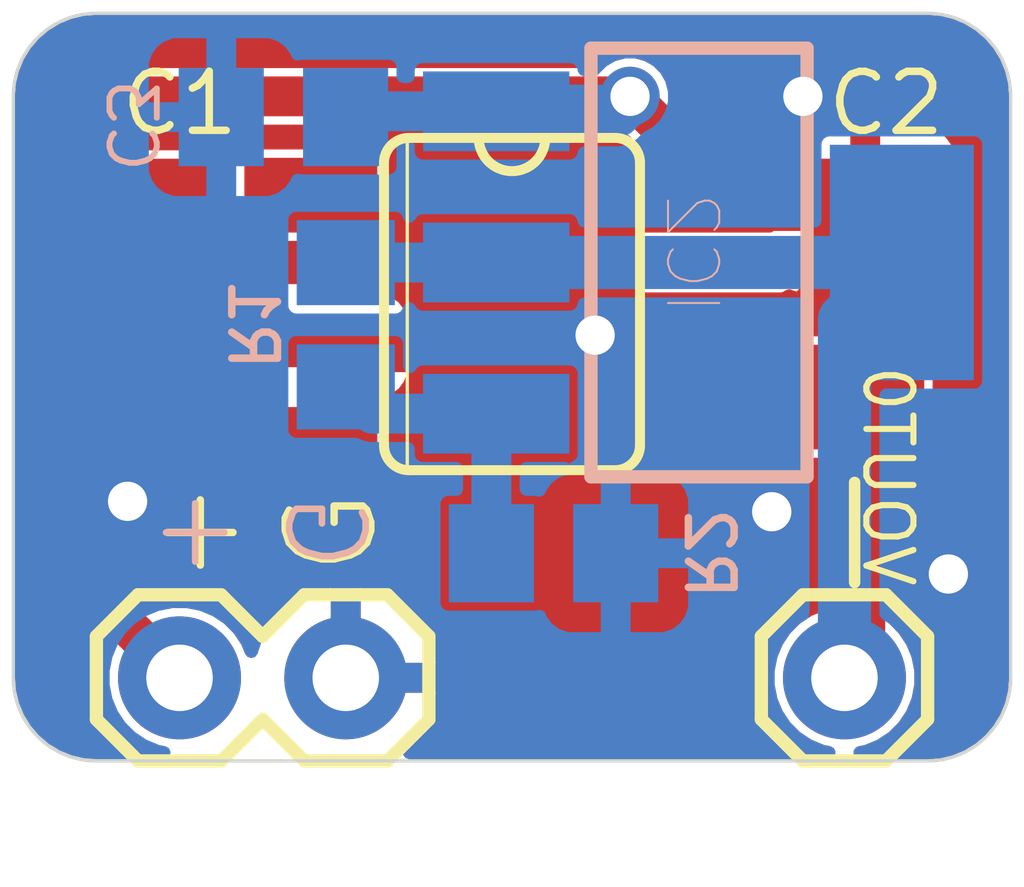
<source format=kicad_pcb>
(kicad_pcb (version 20241229) (generator "pcbnew") (generator_version "9.0")
  (layers (0 "F.Cu" signal) (2 "B.Cu" signal) (13 "F.Paste" user) (15 "B.Paste" user) (5 "F.SilkS" user "F.Silkscreen") (7 "B.SilkS" user "B.Silkscreen") (1 "F.Mask" user) (3 "B.Mask" user) (25 "Edge.Cuts" user))
  (net 0 "")
  (net 1 "VCC")
  (net 2 "GND")
  (net 3 "N$1")
  (net 4 "N$2")
  (net 5 "VOUT")
  (net 6 "N$3")
  (footprint "ICL7660 v3:SO08" (layer "F.Cu") (at 148.5011 103.7336 -90)
    (property "Reference" "IC1" (hide yes))
    (property "Value" "ICL7660")
    (fp_line (start -2.159 1.9558) (end 2.159 1.9558) (stroke (width 0.1524)) (layer "F.SilkS"))
    (fp_line (start -2.54 1.6002) (end 2.54 1.6002) (stroke (width 0.0508)) (layer "F.SilkS"))
    (fp_line (start 2.54 1.5748) (end 2.54 -1.5748) (stroke (width 0.1524)) (layer "F.SilkS"))
    (fp_line (start -2.54 0.508) (end -2.54 1.5748) (stroke (width 0.1524)) (layer "F.SilkS"))
    (fp_line (start -2.54 -0.508) (end -2.54 0.508) (stroke (width 0.1524)) (layer "F.SilkS"))
    (fp_line (start -2.54 -1.5748) (end -2.54 -0.508) (stroke (width 0.1524)) (layer "F.SilkS"))
    (fp_line (start 2.159 -1.9558) (end -2.159 -1.9558) (stroke (width 0.1524)) (layer "F.SilkS"))
    (fp_arc (start -2.159 1.9558) (mid -2.428408 1.844208) (end -2.54 1.5748) (stroke (width 0.1524)) (layer "F.SilkS"))
    (fp_arc (start 2.54 1.5748) (mid 2.428408 1.844208) (end 2.159 1.9558) (stroke (width 0.1524)) (layer "F.SilkS"))
    (fp_arc (start -2.54 -0.508) (mid -2.032 0) (end -2.54 0.508) (stroke (width 0.1524)) (layer "F.SilkS"))
    (fp_arc (start -2.54 -1.5748) (mid -2.428408 -1.844208) (end -2.159 -1.9558) (stroke (width 0.1524)) (layer "F.SilkS"))
    (fp_arc (start 2.159 -1.9558) (mid 2.428408 -1.844208) (end 2.54 -1.5748) (stroke (width 0.1524)) (layer "F.SilkS"))
    (pad "1" smd rect (at -1.905 3.0734 270) (size 0.6604 2.032) (layers "F.Cu" "F.Mask" "F.Paste"))
    (pad "2" smd rect (at -0.635 3.0734 270) (size 0.6604 2.032) (layers "F.Cu" "F.Mask" "F.Paste") (net 3 "N$1"))
    (pad "3" smd rect (at 0.635 3.0734 270) (size 0.6604 2.032) (layers "F.Cu" "F.Mask" "F.Paste") (net 2 "GND"))
    (pad "4" smd rect (at 1.905 3.0734 270) (size 0.6604 2.032) (layers "F.Cu" "F.Mask" "F.Paste") (net 4 "N$2"))
    (pad "5" smd rect (at 1.905 -3.0734 270) (size 0.6604 2.032) (layers "F.Cu" "F.Mask" "F.Paste") (net 5 "VOUT"))
    (pad "6" smd rect (at 0.635 -3.0734 270) (size 0.6604 2.032) (layers "F.Cu" "F.Mask" "F.Paste"))
    (pad "7" smd rect (at -0.635 -3.0734 270) (size 0.6604 2.032) (layers "F.Cu" "F.Mask" "F.Paste"))
    (pad "8" smd rect (at -1.905 -3.0734 270) (size 0.6604 2.032) (layers "F.Cu" "F.Mask" "F.Paste") (net 1 "VCC"))
  )
  (footprint "ICL7660 v3:1X01" (layer "F.Cu") (at 153.5811 109.4486)
    (property "Reference" "VOUT0" (at 0.2413 -1.3462 -90) (layer "F.SilkS") (effects (font (size 0.719328 0.719328) (thickness 0.093472)) (justify left bottom mirror)))
    (property "Value" "")
    (fp_line (start -1.27 -0.635) (end -1.27 0.635) (stroke (width 0.2032)) (layer "F.SilkS"))
    (fp_line (start -1.27 0.635) (end -0.635 1.27) (stroke (width 0.2032)) (layer "F.SilkS"))
    (fp_line (start -0.635 -1.27) (end -1.27 -0.635) (stroke (width 0.2032)) (layer "F.SilkS"))
    (fp_line (start -0.635 1.27) (end 0.635 1.27) (stroke (width 0.2032)) (layer "F.SilkS"))
    (fp_line (start 0.635 -1.27) (end -0.635 -1.27) (stroke (width 0.2032)) (layer "F.SilkS"))
    (fp_line (start 0.635 1.27) (end 1.27 0.635) (stroke (width 0.2032)) (layer "F.SilkS"))
    (fp_line (start 1.27 -0.635) (end 0.635 -1.27) (stroke (width 0.2032)) (layer "F.SilkS"))
    (fp_line (start 1.27 0.635) (end 1.27 -0.635) (stroke (width 0.2032)) (layer "F.SilkS"))
    (pad "1" thru_hole circle (at 0 0 90) (size 1.8796 1.8796) (drill 1.016) (layers "*.Cu" "*.Mask") (net 5 "VOUT"))
  )
  (footprint "ICL7660 v3:1X02" (layer "F.Cu") (at 143.4211 109.4486)
    (property "Reference" "RAILS0" (hide yes))
    (property "Value" "")
    (fp_line (start -1.27 -0.635) (end -1.27 0.635) (stroke (width 0.2032)) (layer "F.SilkS"))
    (fp_line (start -1.27 0.635) (end -0.635 1.27) (stroke (width 0.2032)) (layer "F.SilkS"))
    (fp_line (start -0.635 -1.27) (end -1.27 -0.635) (stroke (width 0.2032)) (layer "F.SilkS"))
    (fp_line (start -0.635 -1.27) (end 0.635 -1.27) (stroke (width 0.2032)) (layer "F.SilkS"))
    (fp_line (start 0.635 -1.27) (end 1.27 -0.635) (stroke (width 0.2032)) (layer "F.SilkS"))
    (fp_line (start 0.635 1.27) (end -0.635 1.27) (stroke (width 0.2032)) (layer "F.SilkS"))
    (fp_line (start 1.27 -0.635) (end 1.905 -1.27) (stroke (width 0.2032)) (layer "F.SilkS"))
    (fp_line (start 1.27 0.635) (end 0.635 1.27) (stroke (width 0.2032)) (layer "F.SilkS"))
    (fp_line (start 1.905 -1.27) (end 3.175 -1.27) (stroke (width 0.2032)) (layer "F.SilkS"))
    (fp_line (start 1.905 1.27) (end 1.27 0.635) (stroke (width 0.2032)) (layer "F.SilkS"))
    (fp_line (start 3.175 -1.27) (end 3.81 -0.635) (stroke (width 0.2032)) (layer "F.SilkS"))
    (fp_line (start 3.175 1.27) (end 1.905 1.27) (stroke (width 0.2032)) (layer "F.SilkS"))
    (fp_line (start 3.81 -0.635) (end 3.81 0.635) (stroke (width 0.2032)) (layer "F.SilkS"))
    (fp_line (start 3.81 0.635) (end 3.175 1.27) (stroke (width 0.2032)) (layer "F.SilkS"))
    (pad "1" thru_hole circle (at 0 0 90) (size 1.8796 1.8796) (drill 1.016) (layers "*.Cu" "*.Mask") (net 1 "VCC"))
    (pad "2" thru_hole circle (at 2.54 0 90) (size 1.8796 1.8796) (drill 1.016) (layers "*.Cu" "*.Mask") (net 2 "GND"))
  )
  (footprint "ICL7660 v3:C1206" (layer "F.Cu") (at 143.1036 103.7336 90)
    (property "Reference" "C1" (at 2.54 -0.635 0) (layer "F.SilkS") (effects (font (size 0.9017 0.9017) (thickness 0.1143)) (justify left bottom)))
    (property "Value" "10uF" (hide yes))
    (pad "1" smd rect (at -1.422 0 90) (size 1.6 1.803) (layers "F.Cu" "F.Mask" "F.Paste") (net 4 "N$2"))
    (pad "2" smd rect (at 1.422 0 90) (size 1.6 1.803) (layers "F.Cu" "F.Mask" "F.Paste") (net 3 "N$1"))
  )
  (footprint "ICL7660 v3:C1206" (layer "F.Cu") (at 153.8986 103.7336 90)
    (property "Reference" "C2" (at 2.54 -0.635 0) (layer "F.SilkS") (effects (font (size 0.9017 0.9017) (thickness 0.1143)) (justify left bottom)))
    (property "Value" "10uF" (hide yes))
    (pad "1" smd rect (at -1.422 0 90) (size 1.6 1.803) (layers "F.Cu" "F.Mask" "F.Paste") (net 5 "VOUT"))
    (pad "2" smd rect (at 1.422 0 90) (size 1.6 1.803) (layers "F.Cu" "F.Mask" "F.Paste") (net 2 "GND"))
  )
  (footprint "ICL7660 v3:SOT223" (layer "B.Cu") (at 151.3586 103.0986 90)
    (property "Reference" "IC2" (at -0.8255 -0.5715 -90) (layer "B.SilkS") (effects (font (size 0.782889 0.782889) (thickness 0.029911)) (justify left bottom mirror)))
    (property "Value" "")
    (fp_line (start 3.2766 -1.651) (end -3.2766 -1.651) (stroke (width 0.2032)) (layer "B.SilkS"))
    (fp_line (start -3.2766 -1.651) (end -3.2766 1.651) (stroke (width 0.2032)) (layer "B.SilkS"))
    (fp_line (start 3.2766 1.651) (end 3.2766 -1.651) (stroke (width 0.2032)) (layer "B.SilkS"))
    (fp_line (start -3.2766 1.651) (end 3.2766 1.651) (stroke (width 0.2032)) (layer "B.SilkS"))
    (pad "1" smd rect (at -2.3114 -3.0988 90) (size 1.2192 2.2352) (layers "B.Cu" "B.Mask" "B.Paste") (net 6 "N$3"))
    (pad "2" smd rect (at 0 -3.0988 90) (size 1.2192 2.2352) (layers "B.Cu" "B.Mask" "B.Paste") (net 5 "VOUT"))
    (pad "3" smd rect (at 2.3114 -3.0988 90) (size 1.2192 2.2352) (layers "B.Cu" "B.Mask" "B.Paste") (net 1 "VCC"))
    (pad "4" smd rect (at 0 3.099 90) (size 3.6 2.2) (layers "B.Cu" "B.Mask" "B.Paste") (net 5 "VOUT"))
  )
  (footprint "ICL7660 v3:R805" (layer "B.Cu") (at 145.9611 104.0511 90)
    (property "Reference" "R1" (at 0.762 -1.016 -90) (layer "B.SilkS") (effects (font (size 0.6985 0.6985) (thickness 0.1143)) (justify right top mirror)))
    (property "Value" "")
    (pad "1" smd rect (at -0.95 0 90) (size 1.3 1.5) (layers "B.Cu" "B.Mask" "B.Paste") (net 6 "N$3"))
    (pad "2" smd rect (at 0.95 0 90) (size 1.3 1.5) (layers "B.Cu" "B.Mask" "B.Paste") (net 5 "VOUT"))
  )
  (footprint "ICL7660 v3:R805" (layer "B.Cu") (at 149.1361 107.5436 180)
    (property "Reference" "R2" (at -1.9685 -0.762 -90) (layer "B.SilkS") (effects (font (size 0.6985 0.6985) (thickness 0.1143)) (justify left bottom mirror)))
    (property "Value" "")
    (pad "1" smd rect (at -0.95 0 180) (size 1.3 1.5) (layers "B.Cu" "B.Mask" "B.Paste") (net 2 "GND"))
    (pad "2" smd rect (at 0.95 0 180) (size 1.3 1.5) (layers "B.Cu" "B.Mask" "B.Paste") (net 6 "N$3"))
  )
  (footprint "ICL7660 v3:C805" (layer "B.Cu") (at 145.0086 100.8761 180)
    (property "Reference" "C3" (at 1.905 0.635 -90) (layer "B.SilkS") (effects (font (size 0.723392 0.723392) (thickness 0.089408)) (justify right top mirror)))
    (property "Value" "10uF" (hide yes))
    (pad "1" smd rect (at -0.95 0 180) (size 1.3 1.5) (layers "B.Cu" "B.Mask" "B.Paste") (net 1 "VCC"))
    (pad "2" smd rect (at 0.95 0 180) (size 1.3 1.5) (layers "B.Cu" "B.Mask" "B.Paste") (net 2 "GND"))
  )
  (gr_arc (start 140.8811 100.5586) (mid 141.253074 99.660574) (end 142.1511 99.2886) (stroke (width 0.05)) (layer "Edge.Cuts"))
  (gr_line (start 142.1511 110.7186) (end 154.8511 110.7186) (stroke (width 0.05)) (layer "Edge.Cuts"))
  (gr_arc (start 154.8511 99.2886) (mid 155.749126 99.660574) (end 156.1211 100.5586) (stroke (width 0.05)) (layer "Edge.Cuts"))
  (gr_arc (start 156.1211 109.4486) (mid 155.749126 110.346626) (end 154.8511 110.7186) (stroke (width 0.05)) (layer "Edge.Cuts"))
  (gr_line (start 154.8511 99.2886) (end 142.1511 99.2886) (stroke (width 0.05)) (layer "Edge.Cuts"))
  (gr_line (start 140.8811 100.5586) (end 140.8811 109.4486) (stroke (width 0.05)) (layer "Edge.Cuts"))
  (gr_arc (start 142.1511 110.7186) (mid 141.253074 110.346626) (end 140.8811 109.4486) (stroke (width 0.05)) (layer "Edge.Cuts"))
  (gr_line (start 156.1211 109.4486) (end 156.1211 100.5586) (stroke (width 0.05)) (layer "Edge.Cuts"))
  (gr_text "-" (at 153.5811 107.2261 90) (layer "F.SilkS") (effects (font (size 2.009648 2.009648) (thickness 0.174752))))
  (gr_text "+\nG" (at 144.6911 107.2261 90) (layer "F.SilkS") (effects (font (size 1.308608 1.308608) (thickness 0.113792))))
  (gr_text "G\n+" (at 144.6911 107.2261 -90) (layer "B.SilkS") (effects (font (size 1.1684 1.1684) (thickness 0.1016)) (justify mirror)))
  (segment (start 151.5745 101.8286) (end 150.3045 100.5586) (width 0.6096) (layer "F.Cu") (net 1))
  (segment (start 141.5161 107.5436) (end 141.5161 101.1936) (width 0.6096) (layer "F.Cu") (net 1))
  (segment (start 143.4211 109.4486) (end 141.5161 107.5436) (width 0.6096) (layer "F.Cu") (net 1))
  (segment (start 141.5161 101.1936) (end 142.1511 100.5586) (width 0.6096) (layer "F.Cu") (net 1))
  (segment (start 142.1511 100.5586) (end 150.3045 100.5586) (width 0.6096) (layer "F.Cu") (net 1))
  (via (at 150.3045 100.5586) (size 0.9048) (drill 0.6) (layers "F.Cu" "B.Cu") (net 1))
  (segment (start 146.0475 100.7872) (end 145.9586 100.8761) (width 0.6096) (layer "B.Cu") (net 1))
  (segment (start 150.0759 100.7872) (end 150.3045 100.5586) (width 0.8128) (layer "B.Cu") (net 1))
  (segment (start 148.2598 100.7872) (end 150.0759 100.7872) (width 0.8128) (layer "B.Cu") (net 1))
  (segment (start 148.2598 100.7872) (end 146.0475 100.7872) (width 0.6096) (layer "B.Cu") (net 1))
  (segment (start 149.7711 103.7336) (end 152.9461 103.7336) (width 0.3048) (layer "F.Cu") (net 2))
  (segment (start 153.8986 102.7811) (end 153.8986 102.3116) (width 0.4064) (layer "F.Cu") (net 2))
  (segment (start 153.7466 102.4636) (end 149.7711 102.4636) (width 0.3048) (layer "F.Cu") (net 2))
  (segment (start 153.8986 102.3116) (end 153.7466 102.4636) (width 0.4064) (layer "F.Cu") (net 2))
  (segment (start 152.9461 103.7336) (end 153.8986 102.7811) (width 0.4064) (layer "F.Cu") (net 2))
  (segment (start 145.48485 104.3686) (end 147.07235 104.3686) (width 0.8128) (layer "F.Cu") (net 2))
  (via (at 142.62735 106.74985) (size 0.9048) (drill 0.6) (layers "F.Cu" "B.Cu") (net 2))
  (via (at 149.7711 104.20985) (size 0.9048) (drill 0.6) (layers "F.Cu" "B.Cu") (net 2))
  (via (at 152.46985 106.9086) (size 0.9048) (drill 0.6) (layers "F.Cu" "B.Cu") (net 2))
  (via (at 152.9461 100.5586) (size 0.9048) (drill 0.6) (layers "F.Cu" "B.Cu") (net 2))
  (via (at 155.1686 107.8611) (size 0.9048) (drill 0.6) (layers "F.Cu" "B.Cu") (net 2))
  (segment (start 145.4277 103.0986) (end 143.8906 103.0986) (width 0.6096) (layer "F.Cu") (net 3))
  (segment (start 143.8906 103.0986) (end 143.1036 102.3116) (width 0.6096) (layer "F.Cu") (net 3))
  (segment (start 143.5866 105.6386) (end 143.1036 105.1556) (width 0.6096) (layer "F.Cu") (net 4))
  (segment (start 145.4277 105.6386) (end 143.5866 105.6386) (width 0.6096) (layer "F.Cu") (net 4))
  (segment (start 153.4156 105.6386) (end 153.8986 105.1556) (width 0.6096) (layer "F.Cu") (net 5))
  (segment (start 151.5745 105.6386) (end 153.4156 105.6386) (width 0.6096) (layer "F.Cu") (net 5))
  (segment (start 153.8986 109.1311) (end 153.8986 105.1556) (width 0.6096) (layer "F.Cu") (net 5))
  (segment (start 153.5811 109.4486) (end 153.8986 109.1311) (width 0.6096) (layer "F.Cu") (net 5))
  (segment (start 148.2598 103.0986) (end 153.5811 103.0986) (width 0.8128) (layer "B.Cu") (net 5))
  (segment (start 153.5811 103.0986) (end 154.01935 103.53685) (width 0.8128) (layer "B.Cu") (net 5))
  (segment (start 153.5811 103.9751) (end 153.5811 109.4486) (width 0.8128) (layer "B.Cu") (net 5))
  (segment (start 154.01935 103.53685) (end 153.5811 103.9751) (width 0.8128) (layer "B.Cu") (net 5))
  (segment (start 148.2598 103.0986) (end 145.9636 103.0986) (width 0.6096) (layer "B.Cu") (net 5))
  (segment (start 154.4576 103.0986) (end 154.01935 103.53685) (width 0.8128) (layer "B.Cu") (net 5))
  (segment (start 145.9636 103.0986) (end 145.9611 103.1011) (width 0.6096) (layer "B.Cu") (net 5))
  (segment (start 148.2598 105.41) (end 148.1861 105.4837) (width 0.6096) (layer "B.Cu") (net 6))
  (segment (start 145.9611 105.0011) (end 146.37 105.41) (width 0.6096) (layer "B.Cu") (net 6))
  (segment (start 148.1861 105.4837) (end 148.1861 107.5436) (width 0.6096) (layer "B.Cu") (net 6))
  (segment (start 146.37 105.41) (end 148.2598 105.41) (width 0.6096) (layer "B.Cu") (net 6))
  (zone (net 2) (net_name "GND") (layer "F.Cu") (priority 6) (connect_pads (clearance 0.000001)) (min_thickness 0.2032) (fill yes (thermal_gap 0.4564) (thermal_bridge_width 0.4564))
    (polygon (pts (xy 156.3243 110.9218) (xy 140.6779 110.9218) (xy 140.6779 99.0854) (xy 156.3243 99.0854)))
  )
  (zone (net 2) (net_name "GND") (layer "B.Cu") (priority 6) (connect_pads (clearance 0.000001)) (min_thickness 0.2032) (fill yes (thermal_gap 0.4564) (thermal_bridge_width 0.4564))
    (polygon (pts (xy 156.3243 110.9218) (xy 140.6779 110.9218) (xy 140.6779 99.0854) (xy 156.3243 99.0854)))
  )
)
</source>
